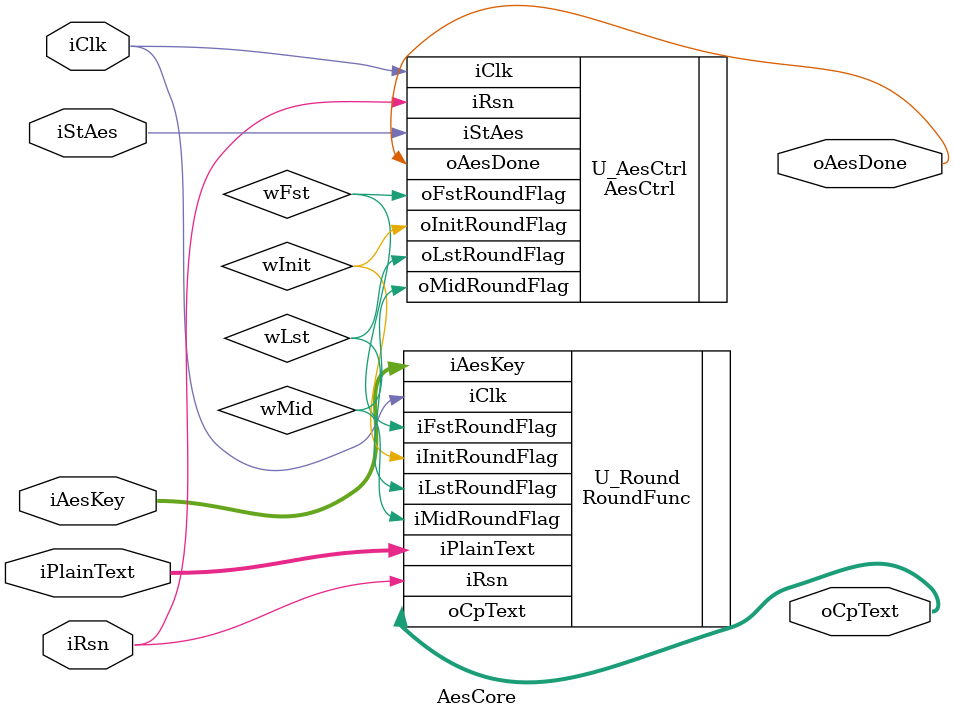
<source format=v>
/*******************************************************************
  - Project          : 2024 winter internship
  - File name        : AesCore.v
  - Description      : AesCore + RoundFunc
  - Owner            : Jiyun_Han
  - Revision history : 1) 2025.01.11 : Initial release
********************************************************************/

`timescale 1ns/10ps

module AesCore(
  input  iClk,
  input  iRsn,
  
  input  iStAes,
  output oAesDone,
  
  input  [127:0] iAesKey,
  input  [127:0] iPlainText,
  output [127:0] oCpText
  );
  
  wire wInit;
  wire wFst;
  wire wMid;
  wire wLst;
  
  AesCtrl U_AesCtrl (.iClk(iClk),
                     .iRsn(iRsn),
                     .iStAes(iStAes),
                     .oAesDone(oAesDone),
                     .oInitRoundFlag(wInit),
                     .oFstRoundFlag(wFst),
                     .oMidRoundFlag(wMid),
                     .oLstRoundFlag(wLst)
                     );
                     
  
  RoundFunc U_Round (.iClk(iClk),
                     .iRsn(iRsn),
                     .iInitRoundFlag(wInit),
                     .iFstRoundFlag(wFst),
                     .iMidRoundFlag(wMid),
                     .iLstRoundFlag(wLst),
                     .iAesKey(iAesKey),
                     .iPlainText(iPlainText),
                     .oCpText(oCpText)
                     );
                     
endmodule

</source>
